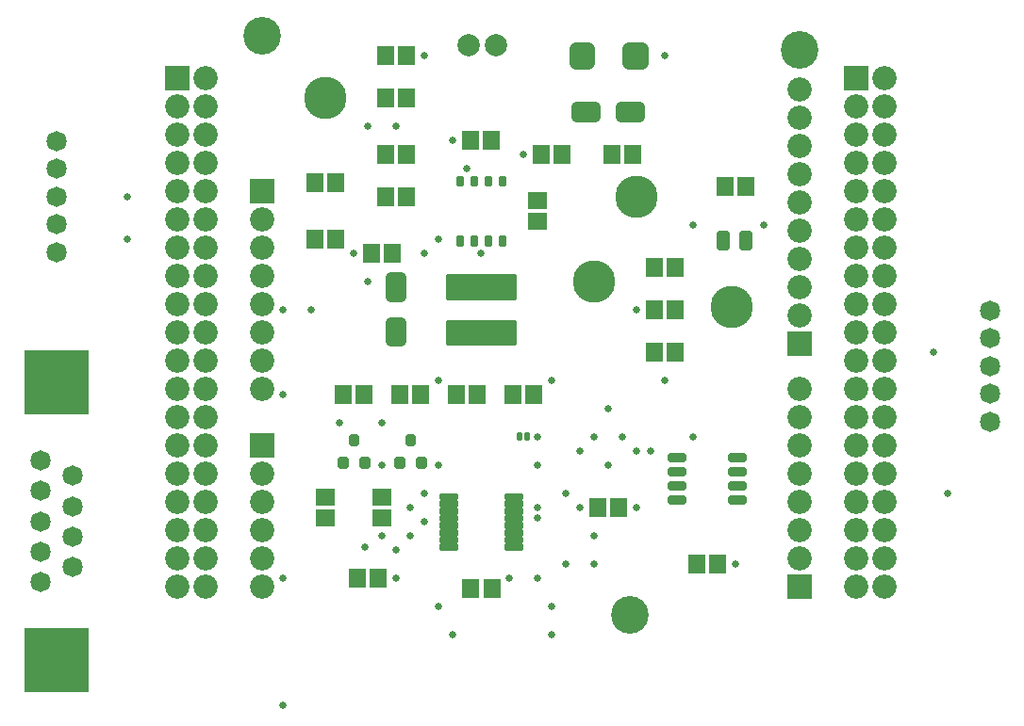
<source format=gts>
G04 EAGLE Gerber RS-274X export*
G75*
%MOMM*%
%FSLAX34Y34*%
%LPD*%
%INSoldermask Top*%
%IPPOS*%
%AMOC8*
5,1,8,0,0,1.08239X$1,22.5*%
G01*
%ADD10R,1.703200X1.503200*%
%ADD11R,1.503200X1.703200*%
%ADD12C,1.823200*%
%ADD13R,5.783200X5.783200*%
%ADD14C,2.003200*%
%ADD15C,1.275588*%
%ADD16C,1.046759*%
%ADD17C,0.697853*%
%ADD18C,0.352238*%
%ADD19C,0.414575*%
%ADD20R,2.183200X2.183200*%
%ADD21C,2.183200*%
%ADD22C,3.378200*%
%ADD23C,3.803200*%
%ADD24C,0.601919*%
%ADD25C,0.431109*%
%ADD26C,0.456447*%
%ADD27C,0.512062*%
%ADD28C,0.655600*%


D10*
X381000Y219100D03*
X381000Y238100D03*
X520700Y504800D03*
X520700Y485800D03*
D11*
X663600Y177800D03*
X682600Y177800D03*
D10*
X330200Y219100D03*
X330200Y238100D03*
D11*
X358800Y165100D03*
X377800Y165100D03*
X479900Y155500D03*
X460900Y155500D03*
X574700Y228600D03*
X593700Y228600D03*
X542900Y546100D03*
X523900Y546100D03*
X479400Y558800D03*
X460400Y558800D03*
X403200Y508000D03*
X384200Y508000D03*
X384200Y635000D03*
X403200Y635000D03*
D12*
X74700Y161100D03*
X74700Y188500D03*
X74700Y215900D03*
X74700Y270700D03*
X74700Y243300D03*
X103100Y174800D03*
X103100Y202200D03*
X103100Y229600D03*
X103100Y257000D03*
D13*
X88900Y340850D03*
X88900Y90950D03*
D14*
X458600Y643700D03*
X483600Y643700D03*
D12*
X88900Y508000D03*
X88900Y483000D03*
X88900Y458000D03*
X88900Y533000D03*
X88900Y558000D03*
X927100Y355600D03*
X927100Y330600D03*
X927100Y305600D03*
X927100Y380600D03*
X927100Y405600D03*
D15*
X565884Y629059D02*
X555018Y629059D01*
X555018Y640941D01*
X565884Y640941D01*
X565884Y629059D01*
X602516Y629059D02*
X613382Y629059D01*
X602516Y629059D02*
X602516Y640941D01*
X613382Y640941D01*
X613382Y629059D01*
D16*
X612482Y588482D02*
X595918Y588482D01*
X612482Y588482D02*
X612482Y579918D01*
X595918Y579918D01*
X595918Y588482D01*
X572482Y588482D02*
X555918Y588482D01*
X572482Y588482D02*
X572482Y579918D01*
X555918Y579918D01*
X555918Y588482D01*
X397982Y394682D02*
X397982Y378118D01*
X389418Y378118D01*
X389418Y394682D01*
X397982Y394682D01*
X397982Y388063D02*
X389418Y388063D01*
X397982Y418118D02*
X397982Y434682D01*
X397982Y418118D02*
X389418Y418118D01*
X389418Y434682D01*
X397982Y434682D01*
X397982Y428063D02*
X389418Y428063D01*
D17*
X704873Y463173D02*
X709927Y463173D01*
X704873Y463173D02*
X704873Y474227D01*
X709927Y474227D01*
X709927Y463173D01*
X709927Y469803D02*
X704873Y469803D01*
X689927Y463173D02*
X684873Y463173D01*
X684873Y474227D01*
X689927Y474227D01*
X689927Y463173D01*
X689927Y469803D02*
X684873Y469803D01*
D18*
X505255Y294355D02*
X505255Y289845D01*
X503745Y289845D01*
X503745Y294355D01*
X505255Y294355D01*
X505255Y293191D02*
X503745Y293191D01*
X512255Y294355D02*
X512255Y289845D01*
X510745Y289845D01*
X510745Y294355D01*
X512255Y294355D01*
X512255Y293191D02*
X510745Y293191D01*
D19*
X499843Y395343D02*
X439957Y395343D01*
X499843Y395343D02*
X499843Y376457D01*
X439957Y376457D01*
X439957Y395343D01*
X439957Y380396D02*
X499843Y380396D01*
X499843Y384335D02*
X439957Y384335D01*
X439957Y388274D02*
X499843Y388274D01*
X499843Y392213D02*
X439957Y392213D01*
X439957Y436343D02*
X499843Y436343D01*
X499843Y417457D01*
X439957Y417457D01*
X439957Y436343D01*
X439957Y421396D02*
X499843Y421396D01*
X499843Y425335D02*
X439957Y425335D01*
X439957Y429274D02*
X499843Y429274D01*
X499843Y433213D02*
X439957Y433213D01*
D20*
X273800Y284400D03*
D21*
X273800Y259000D03*
X273800Y233600D03*
X273800Y208200D03*
X273800Y182800D03*
X273800Y157400D03*
D20*
X273800Y513000D03*
D21*
X273800Y487600D03*
X273800Y462200D03*
X273800Y436800D03*
X273800Y411400D03*
X273800Y386000D03*
X273800Y360600D03*
X273800Y335200D03*
D20*
X197600Y614600D03*
D21*
X223000Y614600D03*
X197600Y589200D03*
X223000Y589200D03*
X197600Y563800D03*
X223000Y563800D03*
X197600Y538400D03*
X223000Y538400D03*
X197600Y513000D03*
X223000Y513000D03*
X197600Y487600D03*
X223000Y487600D03*
X197600Y462200D03*
X223000Y462200D03*
X197600Y436800D03*
X223000Y436800D03*
X197600Y411400D03*
X223000Y411400D03*
X197600Y386000D03*
X223000Y386000D03*
X197600Y360600D03*
X223000Y360600D03*
X197600Y335200D03*
X223000Y335200D03*
X197600Y309800D03*
X223000Y309800D03*
X197600Y284400D03*
X223000Y284400D03*
X197600Y259000D03*
X223000Y259000D03*
X197600Y233600D03*
X223000Y233600D03*
X197600Y208200D03*
X223000Y208200D03*
X197600Y182800D03*
X223000Y182800D03*
X197600Y157400D03*
X223000Y157400D03*
D20*
X756400Y375840D03*
D21*
X756400Y401240D03*
X756400Y426640D03*
X756400Y452040D03*
X756400Y477440D03*
X756400Y502840D03*
X756400Y528240D03*
X756400Y553640D03*
X756400Y579040D03*
X756400Y604440D03*
X756400Y208200D03*
X756400Y233600D03*
X756400Y259000D03*
X756400Y284400D03*
X756400Y309800D03*
X756400Y335200D03*
D20*
X756400Y157400D03*
D21*
X756400Y182800D03*
D20*
X807200Y614350D03*
D21*
X832600Y614350D03*
X807200Y588950D03*
X832600Y588950D03*
X807200Y563550D03*
X832600Y563550D03*
X807200Y538150D03*
X832600Y538150D03*
X807200Y512750D03*
X832600Y512750D03*
X807200Y487350D03*
X832600Y487350D03*
X807200Y461950D03*
X832600Y461950D03*
X807200Y436550D03*
X832600Y436550D03*
X807200Y411150D03*
X832600Y411150D03*
X807200Y385750D03*
X832600Y385750D03*
X807200Y360350D03*
X832600Y360350D03*
X807200Y334950D03*
X832600Y334950D03*
X807200Y309550D03*
X832600Y309550D03*
X807200Y284150D03*
X832600Y284150D03*
X807200Y258750D03*
X832600Y258750D03*
X807200Y233350D03*
X832600Y233350D03*
X807200Y207950D03*
X832600Y207950D03*
X807200Y182550D03*
X832600Y182550D03*
X807200Y157150D03*
X832600Y157150D03*
D22*
X756400Y640000D03*
X273800Y652700D03*
X604000Y132000D03*
D11*
X390500Y457200D03*
X371500Y457200D03*
X625500Y444500D03*
X644500Y444500D03*
X625500Y406400D03*
X644500Y406400D03*
X689000Y516900D03*
X708000Y516900D03*
X644500Y368300D03*
X625500Y368300D03*
X606400Y546100D03*
X587400Y546100D03*
X339700Y469900D03*
X320700Y469900D03*
X339700Y520700D03*
X320700Y520700D03*
X403200Y546100D03*
X384200Y546100D03*
X403200Y596900D03*
X384200Y596900D03*
X498500Y330200D03*
X517500Y330200D03*
X447700Y330200D03*
X466700Y330200D03*
X415900Y330200D03*
X396900Y330200D03*
X365100Y330200D03*
X346100Y330200D03*
D23*
X330200Y596900D03*
X571500Y431800D03*
X695100Y409100D03*
X609600Y508000D03*
D24*
X357607Y286893D02*
X353593Y286893D01*
X353593Y291907D01*
X357607Y291907D01*
X357607Y286893D01*
X348107Y266893D02*
X344093Y266893D01*
X344093Y271907D01*
X348107Y271907D01*
X348107Y266893D01*
X363093Y271907D02*
X367107Y271907D01*
X367107Y266893D01*
X363093Y266893D01*
X363093Y271907D01*
X404393Y286893D02*
X408407Y286893D01*
X404393Y286893D02*
X404393Y291907D01*
X408407Y291907D01*
X408407Y286893D01*
X398907Y266893D02*
X394893Y266893D01*
X394893Y271907D01*
X398907Y271907D01*
X398907Y266893D01*
X413893Y271907D02*
X417907Y271907D01*
X417907Y266893D01*
X413893Y266893D01*
X413893Y271907D01*
D25*
X434539Y237539D02*
X447261Y237539D01*
X434539Y237539D02*
X434539Y239761D01*
X447261Y239761D01*
X447261Y237539D01*
X447261Y231039D02*
X434539Y231039D01*
X434539Y233261D01*
X447261Y233261D01*
X447261Y231039D01*
X447261Y224539D02*
X434539Y224539D01*
X434539Y226761D01*
X447261Y226761D01*
X447261Y224539D01*
X447261Y218039D02*
X434539Y218039D01*
X434539Y220261D01*
X447261Y220261D01*
X447261Y218039D01*
X447261Y211539D02*
X434539Y211539D01*
X434539Y213761D01*
X447261Y213761D01*
X447261Y211539D01*
X447261Y205039D02*
X434539Y205039D01*
X434539Y207261D01*
X447261Y207261D01*
X447261Y205039D01*
X447261Y198539D02*
X434539Y198539D01*
X434539Y200761D01*
X447261Y200761D01*
X447261Y198539D01*
X447261Y192039D02*
X434539Y192039D01*
X434539Y194261D01*
X447261Y194261D01*
X447261Y192039D01*
X492539Y194261D02*
X505261Y194261D01*
X505261Y192039D01*
X492539Y192039D01*
X492539Y194261D01*
X492539Y200761D02*
X505261Y200761D01*
X505261Y198539D01*
X492539Y198539D01*
X492539Y200761D01*
X492539Y207261D02*
X505261Y207261D01*
X505261Y205039D01*
X492539Y205039D01*
X492539Y207261D01*
X492539Y213761D02*
X505261Y213761D01*
X505261Y211539D01*
X492539Y211539D01*
X492539Y213761D01*
X492539Y220261D02*
X505261Y220261D01*
X505261Y218039D01*
X492539Y218039D01*
X492539Y220261D01*
X492539Y226761D02*
X505261Y226761D01*
X505261Y224539D01*
X492539Y224539D01*
X492539Y226761D01*
X492539Y233261D02*
X505261Y233261D01*
X505261Y231039D01*
X492539Y231039D01*
X492539Y233261D01*
X492539Y239761D02*
X505261Y239761D01*
X505261Y237539D01*
X492539Y237539D01*
X492539Y239761D01*
D26*
X487666Y519566D02*
X487666Y525034D01*
X490234Y525034D01*
X490234Y519566D01*
X487666Y519566D01*
X487666Y523902D02*
X490234Y523902D01*
X474966Y525034D02*
X474966Y519566D01*
X474966Y525034D02*
X477534Y525034D01*
X477534Y519566D01*
X474966Y519566D01*
X474966Y523902D02*
X477534Y523902D01*
X462266Y525034D02*
X462266Y519566D01*
X462266Y525034D02*
X464834Y525034D01*
X464834Y519566D01*
X462266Y519566D01*
X462266Y523902D02*
X464834Y523902D01*
X449566Y525034D02*
X449566Y519566D01*
X449566Y525034D02*
X452134Y525034D01*
X452134Y519566D01*
X449566Y519566D01*
X449566Y523902D02*
X452134Y523902D01*
X452134Y471034D02*
X452134Y465566D01*
X449566Y465566D01*
X449566Y471034D01*
X452134Y471034D01*
X452134Y469902D02*
X449566Y469902D01*
X464834Y471034D02*
X464834Y465566D01*
X462266Y465566D01*
X462266Y471034D01*
X464834Y471034D01*
X464834Y469902D02*
X462266Y469902D01*
X477534Y471034D02*
X477534Y465566D01*
X474966Y465566D01*
X474966Y471034D01*
X477534Y471034D01*
X477534Y469902D02*
X474966Y469902D01*
X490234Y471034D02*
X490234Y465566D01*
X487666Y465566D01*
X487666Y471034D01*
X490234Y471034D01*
X490234Y469902D02*
X487666Y469902D01*
D27*
X639846Y271546D02*
X652252Y271546D01*
X639846Y271546D02*
X639846Y274554D01*
X652252Y274554D01*
X652252Y271546D01*
X652252Y258846D02*
X639846Y258846D01*
X639846Y261854D01*
X652252Y261854D01*
X652252Y258846D01*
X652252Y246146D02*
X639846Y246146D01*
X639846Y249154D01*
X652252Y249154D01*
X652252Y246146D01*
X652252Y233446D02*
X639846Y233446D01*
X639846Y236454D01*
X652252Y236454D01*
X652252Y233446D01*
X693948Y271546D02*
X706354Y271546D01*
X693948Y271546D02*
X693948Y274554D01*
X706354Y274554D01*
X706354Y271546D01*
X706354Y258846D02*
X693948Y258846D01*
X693948Y261854D01*
X706354Y261854D01*
X706354Y258846D01*
X706354Y246146D02*
X693948Y246146D01*
X693948Y249154D01*
X706354Y249154D01*
X706354Y246146D01*
X706354Y233446D02*
X693948Y233446D01*
X693948Y236454D01*
X706354Y236454D01*
X706354Y233446D01*
D28*
X406400Y228600D03*
X419100Y215900D03*
X419100Y635000D03*
X444500Y558800D03*
X508000Y546100D03*
X635000Y635000D03*
X469900Y457200D03*
X355600Y457200D03*
X457200Y533400D03*
X368300Y431800D03*
X723900Y482600D03*
X609600Y406400D03*
X622300Y279400D03*
X698500Y177800D03*
X609600Y228600D03*
X520700Y228600D03*
X520700Y292100D03*
X419100Y241300D03*
X431800Y266700D03*
X381000Y266700D03*
X393700Y165100D03*
X495300Y165100D03*
X365609Y193191D03*
X393700Y190606D03*
X571500Y177800D03*
X571500Y203200D03*
X292100Y330200D03*
X546100Y241300D03*
X381000Y203200D03*
X406400Y203200D03*
X533400Y114300D03*
X533400Y139700D03*
X520700Y165100D03*
X520700Y218718D03*
X431800Y469900D03*
X419100Y457200D03*
X393700Y571500D03*
X368300Y571500D03*
X152400Y508000D03*
X533400Y342900D03*
X596900Y292100D03*
X571500Y292100D03*
X342900Y304800D03*
X381000Y304800D03*
X660400Y482600D03*
X660400Y292100D03*
X584200Y266700D03*
X558800Y279400D03*
X152400Y469900D03*
X431800Y342900D03*
X635000Y342900D03*
X520700Y266700D03*
X876300Y368300D03*
X889000Y241300D03*
X292100Y50800D03*
X292100Y165100D03*
X317500Y406400D03*
X292100Y406400D03*
X609600Y279400D03*
X584200Y317500D03*
X444500Y114300D03*
X431800Y139700D03*
X546100Y177800D03*
X558800Y228600D03*
M02*

</source>
